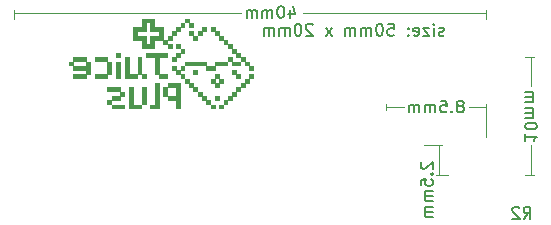
<source format=gbo>
G04 #@! TF.GenerationSoftware,KiCad,Pcbnew,5.1.9+dfsg1-1*
G04 #@! TF.CreationDate,2023-03-08T16:13:55+09:00*
G04 #@! TF.ProjectId,tablet-usb-adapter,7461626c-6574-42d7-9573-622d61646170,rev?*
G04 #@! TF.SameCoordinates,Original*
G04 #@! TF.FileFunction,Legend,Bot*
G04 #@! TF.FilePolarity,Positive*
%FSLAX46Y46*%
G04 Gerber Fmt 4.6, Leading zero omitted, Abs format (unit mm)*
G04 Created by KiCad (PCBNEW 5.1.9+dfsg1-1) date 2023-03-08 16:13:55*
%MOMM*%
%LPD*%
G01*
G04 APERTURE LIST*
%ADD10C,0.150000*%
%ADD11C,0.120000*%
%ADD12C,0.010000*%
%ADD13C,5.600000*%
%ADD14R,1.700000X1.700000*%
%ADD15O,1.700000X1.700000*%
%ADD16C,3.500000*%
%ADD17R,1.524000X1.524000*%
%ADD18C,1.524000*%
%ADD19C,2.100000*%
%ADD20C,1.750000*%
G04 APERTURE END LIST*
D10*
X163166666Y-123702380D02*
X163500000Y-123226190D01*
X163738095Y-123702380D02*
X163738095Y-122702380D01*
X163357142Y-122702380D01*
X163261904Y-122750000D01*
X163214285Y-122797619D01*
X163166666Y-122892857D01*
X163166666Y-123035714D01*
X163214285Y-123130952D01*
X163261904Y-123178571D01*
X163357142Y-123226190D01*
X163738095Y-123226190D01*
X162785714Y-122797619D02*
X162738095Y-122750000D01*
X162642857Y-122702380D01*
X162404761Y-122702380D01*
X162309523Y-122750000D01*
X162261904Y-122797619D01*
X162214285Y-122892857D01*
X162214285Y-122988095D01*
X162261904Y-123130952D01*
X162833333Y-123702380D01*
X162214285Y-123702380D01*
D11*
X156000000Y-117500000D02*
X156000000Y-120000000D01*
D10*
X156392857Y-108154761D02*
X156297619Y-108202380D01*
X156107142Y-108202380D01*
X156011904Y-108154761D01*
X155964285Y-108059523D01*
X155964285Y-108011904D01*
X156011904Y-107916666D01*
X156107142Y-107869047D01*
X156250000Y-107869047D01*
X156345238Y-107821428D01*
X156392857Y-107726190D01*
X156392857Y-107678571D01*
X156345238Y-107583333D01*
X156250000Y-107535714D01*
X156107142Y-107535714D01*
X156011904Y-107583333D01*
X155535714Y-108202380D02*
X155535714Y-107535714D01*
X155535714Y-107202380D02*
X155583333Y-107250000D01*
X155535714Y-107297619D01*
X155488095Y-107250000D01*
X155535714Y-107202380D01*
X155535714Y-107297619D01*
X155154761Y-107535714D02*
X154630952Y-107535714D01*
X155154761Y-108202380D01*
X154630952Y-108202380D01*
X153869047Y-108154761D02*
X153964285Y-108202380D01*
X154154761Y-108202380D01*
X154250000Y-108154761D01*
X154297619Y-108059523D01*
X154297619Y-107678571D01*
X154250000Y-107583333D01*
X154154761Y-107535714D01*
X153964285Y-107535714D01*
X153869047Y-107583333D01*
X153821428Y-107678571D01*
X153821428Y-107773809D01*
X154297619Y-107869047D01*
X153392857Y-108107142D02*
X153345238Y-108154761D01*
X153392857Y-108202380D01*
X153440476Y-108154761D01*
X153392857Y-108107142D01*
X153392857Y-108202380D01*
X153392857Y-107583333D02*
X153345238Y-107630952D01*
X153392857Y-107678571D01*
X153440476Y-107630952D01*
X153392857Y-107583333D01*
X153392857Y-107678571D01*
X151678571Y-107202380D02*
X152154761Y-107202380D01*
X152202380Y-107678571D01*
X152154761Y-107630952D01*
X152059523Y-107583333D01*
X151821428Y-107583333D01*
X151726190Y-107630952D01*
X151678571Y-107678571D01*
X151630952Y-107773809D01*
X151630952Y-108011904D01*
X151678571Y-108107142D01*
X151726190Y-108154761D01*
X151821428Y-108202380D01*
X152059523Y-108202380D01*
X152154761Y-108154761D01*
X152202380Y-108107142D01*
X151011904Y-107202380D02*
X150916666Y-107202380D01*
X150821428Y-107250000D01*
X150773809Y-107297619D01*
X150726190Y-107392857D01*
X150678571Y-107583333D01*
X150678571Y-107821428D01*
X150726190Y-108011904D01*
X150773809Y-108107142D01*
X150821428Y-108154761D01*
X150916666Y-108202380D01*
X151011904Y-108202380D01*
X151107142Y-108154761D01*
X151154761Y-108107142D01*
X151202380Y-108011904D01*
X151250000Y-107821428D01*
X151250000Y-107583333D01*
X151202380Y-107392857D01*
X151154761Y-107297619D01*
X151107142Y-107250000D01*
X151011904Y-107202380D01*
X150250000Y-108202380D02*
X150250000Y-107535714D01*
X150250000Y-107630952D02*
X150202380Y-107583333D01*
X150107142Y-107535714D01*
X149964285Y-107535714D01*
X149869047Y-107583333D01*
X149821428Y-107678571D01*
X149821428Y-108202380D01*
X149821428Y-107678571D02*
X149773809Y-107583333D01*
X149678571Y-107535714D01*
X149535714Y-107535714D01*
X149440476Y-107583333D01*
X149392857Y-107678571D01*
X149392857Y-108202380D01*
X148916666Y-108202380D02*
X148916666Y-107535714D01*
X148916666Y-107630952D02*
X148869047Y-107583333D01*
X148773809Y-107535714D01*
X148630952Y-107535714D01*
X148535714Y-107583333D01*
X148488095Y-107678571D01*
X148488095Y-108202380D01*
X148488095Y-107678571D02*
X148440476Y-107583333D01*
X148345238Y-107535714D01*
X148202380Y-107535714D01*
X148107142Y-107583333D01*
X148059523Y-107678571D01*
X148059523Y-108202380D01*
X146916666Y-108202380D02*
X146392857Y-107535714D01*
X146916666Y-107535714D02*
X146392857Y-108202380D01*
X145297619Y-107297619D02*
X145250000Y-107250000D01*
X145154761Y-107202380D01*
X144916666Y-107202380D01*
X144821428Y-107250000D01*
X144773809Y-107297619D01*
X144726190Y-107392857D01*
X144726190Y-107488095D01*
X144773809Y-107630952D01*
X145345238Y-108202380D01*
X144726190Y-108202380D01*
X144107142Y-107202380D02*
X144011904Y-107202380D01*
X143916666Y-107250000D01*
X143869047Y-107297619D01*
X143821428Y-107392857D01*
X143773809Y-107583333D01*
X143773809Y-107821428D01*
X143821428Y-108011904D01*
X143869047Y-108107142D01*
X143916666Y-108154761D01*
X144011904Y-108202380D01*
X144107142Y-108202380D01*
X144202380Y-108154761D01*
X144250000Y-108107142D01*
X144297619Y-108011904D01*
X144345238Y-107821428D01*
X144345238Y-107583333D01*
X144297619Y-107392857D01*
X144250000Y-107297619D01*
X144202380Y-107250000D01*
X144107142Y-107202380D01*
X143345238Y-108202380D02*
X143345238Y-107535714D01*
X143345238Y-107630952D02*
X143297619Y-107583333D01*
X143202380Y-107535714D01*
X143059523Y-107535714D01*
X142964285Y-107583333D01*
X142916666Y-107678571D01*
X142916666Y-108202380D01*
X142916666Y-107678571D02*
X142869047Y-107583333D01*
X142773809Y-107535714D01*
X142630952Y-107535714D01*
X142535714Y-107583333D01*
X142488095Y-107678571D01*
X142488095Y-108202380D01*
X142011904Y-108202380D02*
X142011904Y-107535714D01*
X142011904Y-107630952D02*
X141964285Y-107583333D01*
X141869047Y-107535714D01*
X141726190Y-107535714D01*
X141630952Y-107583333D01*
X141583333Y-107678571D01*
X141583333Y-108202380D01*
X141583333Y-107678571D02*
X141535714Y-107583333D01*
X141440476Y-107535714D01*
X141297619Y-107535714D01*
X141202380Y-107583333D01*
X141154761Y-107678571D01*
X141154761Y-108202380D01*
D11*
X155750000Y-120000000D02*
X156750000Y-120000000D01*
X154750000Y-117500000D02*
X156250000Y-117500000D01*
X160000000Y-114000000D02*
X160000000Y-116750000D01*
X158500000Y-114250000D02*
X160000000Y-114250000D01*
X151500000Y-114000000D02*
X151500000Y-114500000D01*
X151500000Y-114250000D02*
X153000000Y-114250000D01*
D10*
X154547619Y-118916666D02*
X154500000Y-118964285D01*
X154452380Y-119059523D01*
X154452380Y-119297619D01*
X154500000Y-119392857D01*
X154547619Y-119440476D01*
X154642857Y-119488095D01*
X154738095Y-119488095D01*
X154880952Y-119440476D01*
X155452380Y-118869047D01*
X155452380Y-119488095D01*
X155357142Y-119916666D02*
X155404761Y-119964285D01*
X155452380Y-119916666D01*
X155404761Y-119869047D01*
X155357142Y-119916666D01*
X155452380Y-119916666D01*
X154452380Y-120869047D02*
X154452380Y-120392857D01*
X154928571Y-120345238D01*
X154880952Y-120392857D01*
X154833333Y-120488095D01*
X154833333Y-120726190D01*
X154880952Y-120821428D01*
X154928571Y-120869047D01*
X155023809Y-120916666D01*
X155261904Y-120916666D01*
X155357142Y-120869047D01*
X155404761Y-120821428D01*
X155452380Y-120726190D01*
X155452380Y-120488095D01*
X155404761Y-120392857D01*
X155357142Y-120345238D01*
X155452380Y-121345238D02*
X154785714Y-121345238D01*
X154880952Y-121345238D02*
X154833333Y-121392857D01*
X154785714Y-121488095D01*
X154785714Y-121630952D01*
X154833333Y-121726190D01*
X154928571Y-121773809D01*
X155452380Y-121773809D01*
X154928571Y-121773809D02*
X154833333Y-121821428D01*
X154785714Y-121916666D01*
X154785714Y-122059523D01*
X154833333Y-122154761D01*
X154928571Y-122202380D01*
X155452380Y-122202380D01*
X155452380Y-122678571D02*
X154785714Y-122678571D01*
X154880952Y-122678571D02*
X154833333Y-122726190D01*
X154785714Y-122821428D01*
X154785714Y-122964285D01*
X154833333Y-123059523D01*
X154928571Y-123107142D01*
X155452380Y-123107142D01*
X154928571Y-123107142D02*
X154833333Y-123154761D01*
X154785714Y-123250000D01*
X154785714Y-123392857D01*
X154833333Y-123488095D01*
X154928571Y-123535714D01*
X155452380Y-123535714D01*
X157892857Y-114130952D02*
X157988095Y-114083333D01*
X158035714Y-114035714D01*
X158083333Y-113940476D01*
X158083333Y-113892857D01*
X158035714Y-113797619D01*
X157988095Y-113750000D01*
X157892857Y-113702380D01*
X157702380Y-113702380D01*
X157607142Y-113750000D01*
X157559523Y-113797619D01*
X157511904Y-113892857D01*
X157511904Y-113940476D01*
X157559523Y-114035714D01*
X157607142Y-114083333D01*
X157702380Y-114130952D01*
X157892857Y-114130952D01*
X157988095Y-114178571D01*
X158035714Y-114226190D01*
X158083333Y-114321428D01*
X158083333Y-114511904D01*
X158035714Y-114607142D01*
X157988095Y-114654761D01*
X157892857Y-114702380D01*
X157702380Y-114702380D01*
X157607142Y-114654761D01*
X157559523Y-114607142D01*
X157511904Y-114511904D01*
X157511904Y-114321428D01*
X157559523Y-114226190D01*
X157607142Y-114178571D01*
X157702380Y-114130952D01*
X157083333Y-114607142D02*
X157035714Y-114654761D01*
X157083333Y-114702380D01*
X157130952Y-114654761D01*
X157083333Y-114607142D01*
X157083333Y-114702380D01*
X156130952Y-113702380D02*
X156607142Y-113702380D01*
X156654761Y-114178571D01*
X156607142Y-114130952D01*
X156511904Y-114083333D01*
X156273809Y-114083333D01*
X156178571Y-114130952D01*
X156130952Y-114178571D01*
X156083333Y-114273809D01*
X156083333Y-114511904D01*
X156130952Y-114607142D01*
X156178571Y-114654761D01*
X156273809Y-114702380D01*
X156511904Y-114702380D01*
X156607142Y-114654761D01*
X156654761Y-114607142D01*
X155654761Y-114702380D02*
X155654761Y-114035714D01*
X155654761Y-114130952D02*
X155607142Y-114083333D01*
X155511904Y-114035714D01*
X155369047Y-114035714D01*
X155273809Y-114083333D01*
X155226190Y-114178571D01*
X155226190Y-114702380D01*
X155226190Y-114178571D02*
X155178571Y-114083333D01*
X155083333Y-114035714D01*
X154940476Y-114035714D01*
X154845238Y-114083333D01*
X154797619Y-114178571D01*
X154797619Y-114702380D01*
X154321428Y-114702380D02*
X154321428Y-114035714D01*
X154321428Y-114130952D02*
X154273809Y-114083333D01*
X154178571Y-114035714D01*
X154035714Y-114035714D01*
X153940476Y-114083333D01*
X153892857Y-114178571D01*
X153892857Y-114702380D01*
X153892857Y-114178571D02*
X153845238Y-114083333D01*
X153750000Y-114035714D01*
X153607142Y-114035714D01*
X153511904Y-114083333D01*
X153464285Y-114178571D01*
X153464285Y-114702380D01*
D11*
X164000000Y-120000000D02*
X163250000Y-120000000D01*
X163750000Y-117500000D02*
X163750000Y-120000000D01*
X163750000Y-110000000D02*
X163750000Y-112500000D01*
X163250000Y-110000000D02*
X164000000Y-110000000D01*
X160000000Y-106000000D02*
X160000000Y-106750000D01*
X144500000Y-106250000D02*
X160000000Y-106250000D01*
X120000000Y-106250000D02*
X139250000Y-106250000D01*
X120000000Y-106750000D02*
X120000000Y-106000000D01*
D10*
X143369047Y-106035714D02*
X143369047Y-106702380D01*
X143607142Y-105654761D02*
X143845238Y-106369047D01*
X143226190Y-106369047D01*
X142654761Y-105702380D02*
X142559523Y-105702380D01*
X142464285Y-105750000D01*
X142416666Y-105797619D01*
X142369047Y-105892857D01*
X142321428Y-106083333D01*
X142321428Y-106321428D01*
X142369047Y-106511904D01*
X142416666Y-106607142D01*
X142464285Y-106654761D01*
X142559523Y-106702380D01*
X142654761Y-106702380D01*
X142750000Y-106654761D01*
X142797619Y-106607142D01*
X142845238Y-106511904D01*
X142892857Y-106321428D01*
X142892857Y-106083333D01*
X142845238Y-105892857D01*
X142797619Y-105797619D01*
X142750000Y-105750000D01*
X142654761Y-105702380D01*
X141892857Y-106702380D02*
X141892857Y-106035714D01*
X141892857Y-106130952D02*
X141845238Y-106083333D01*
X141750000Y-106035714D01*
X141607142Y-106035714D01*
X141511904Y-106083333D01*
X141464285Y-106178571D01*
X141464285Y-106702380D01*
X141464285Y-106178571D02*
X141416666Y-106083333D01*
X141321428Y-106035714D01*
X141178571Y-106035714D01*
X141083333Y-106083333D01*
X141035714Y-106178571D01*
X141035714Y-106702380D01*
X140559523Y-106702380D02*
X140559523Y-106035714D01*
X140559523Y-106130952D02*
X140511904Y-106083333D01*
X140416666Y-106035714D01*
X140273809Y-106035714D01*
X140178571Y-106083333D01*
X140130952Y-106178571D01*
X140130952Y-106702380D01*
X140130952Y-106178571D02*
X140083333Y-106083333D01*
X139988095Y-106035714D01*
X139845238Y-106035714D01*
X139750000Y-106083333D01*
X139702380Y-106178571D01*
X139702380Y-106702380D01*
X163297619Y-116523809D02*
X163297619Y-117095238D01*
X163297619Y-116809523D02*
X164297619Y-116809523D01*
X164154761Y-116904761D01*
X164059523Y-117000000D01*
X164011904Y-117095238D01*
X164297619Y-115904761D02*
X164297619Y-115809523D01*
X164250000Y-115714285D01*
X164202380Y-115666666D01*
X164107142Y-115619047D01*
X163916666Y-115571428D01*
X163678571Y-115571428D01*
X163488095Y-115619047D01*
X163392857Y-115666666D01*
X163345238Y-115714285D01*
X163297619Y-115809523D01*
X163297619Y-115904761D01*
X163345238Y-116000000D01*
X163392857Y-116047619D01*
X163488095Y-116095238D01*
X163678571Y-116142857D01*
X163916666Y-116142857D01*
X164107142Y-116095238D01*
X164202380Y-116047619D01*
X164250000Y-116000000D01*
X164297619Y-115904761D01*
X163297619Y-115142857D02*
X163964285Y-115142857D01*
X163869047Y-115142857D02*
X163916666Y-115095238D01*
X163964285Y-115000000D01*
X163964285Y-114857142D01*
X163916666Y-114761904D01*
X163821428Y-114714285D01*
X163297619Y-114714285D01*
X163821428Y-114714285D02*
X163916666Y-114666666D01*
X163964285Y-114571428D01*
X163964285Y-114428571D01*
X163916666Y-114333333D01*
X163821428Y-114285714D01*
X163297619Y-114285714D01*
X163297619Y-113809523D02*
X163964285Y-113809523D01*
X163869047Y-113809523D02*
X163916666Y-113761904D01*
X163964285Y-113666666D01*
X163964285Y-113523809D01*
X163916666Y-113428571D01*
X163821428Y-113380952D01*
X163297619Y-113380952D01*
X163821428Y-113380952D02*
X163916666Y-113333333D01*
X163964285Y-113238095D01*
X163964285Y-113095238D01*
X163916666Y-113000000D01*
X163821428Y-112952380D01*
X163297619Y-112952380D01*
D12*
G36*
X137393733Y-114369267D02*
G01*
X137723933Y-114369267D01*
X137723933Y-114039067D01*
X137393733Y-114039067D01*
X137393733Y-114369267D01*
G37*
X137393733Y-114369267D02*
X137723933Y-114369267D01*
X137723933Y-114039067D01*
X137393733Y-114039067D01*
X137393733Y-114369267D01*
G36*
X136665600Y-114369267D02*
G01*
X136995800Y-114369267D01*
X136995800Y-114039067D01*
X136665600Y-114039067D01*
X136665600Y-114369267D01*
G37*
X136665600Y-114369267D02*
X136995800Y-114369267D01*
X136995800Y-114039067D01*
X136665600Y-114039067D01*
X136665600Y-114369267D01*
G36*
X133753067Y-114369267D02*
G01*
X134083267Y-114369267D01*
X134083267Y-114039067D01*
X133753067Y-114039067D01*
X133753067Y-114369267D01*
G37*
X133753067Y-114369267D02*
X134083267Y-114369267D01*
X134083267Y-114039067D01*
X133753067Y-114039067D01*
X133753067Y-114369267D01*
G36*
X131932733Y-114369267D02*
G01*
X132262933Y-114369267D01*
X132262933Y-114039067D01*
X131932733Y-114039067D01*
X131932733Y-114369267D01*
G37*
X131932733Y-114369267D02*
X132262933Y-114369267D01*
X132262933Y-114039067D01*
X131932733Y-114039067D01*
X131932733Y-114369267D01*
G36*
X131568666Y-114369267D02*
G01*
X131898866Y-114369267D01*
X131898866Y-114039067D01*
X131568666Y-114039067D01*
X131568666Y-114369267D01*
G37*
X131568666Y-114369267D02*
X131898866Y-114369267D01*
X131898866Y-114039067D01*
X131568666Y-114039067D01*
X131568666Y-114369267D01*
G36*
X130476466Y-114369267D02*
G01*
X130806666Y-114369267D01*
X130806666Y-114039067D01*
X130476466Y-114039067D01*
X130476466Y-114369267D01*
G37*
X130476466Y-114369267D02*
X130806666Y-114369267D01*
X130806666Y-114039067D01*
X130476466Y-114039067D01*
X130476466Y-114369267D01*
G36*
X130112400Y-114369267D02*
G01*
X130442600Y-114369267D01*
X130442600Y-114039067D01*
X130112400Y-114039067D01*
X130112400Y-114369267D01*
G37*
X130112400Y-114369267D02*
X130442600Y-114369267D01*
X130442600Y-114039067D01*
X130112400Y-114039067D01*
X130112400Y-114369267D01*
G36*
X129748333Y-114369267D02*
G01*
X130078533Y-114369267D01*
X130078533Y-114039067D01*
X129748333Y-114039067D01*
X129748333Y-114369267D01*
G37*
X129748333Y-114369267D02*
X130078533Y-114369267D01*
X130078533Y-114039067D01*
X129748333Y-114039067D01*
X129748333Y-114369267D01*
G36*
X129020200Y-114369267D02*
G01*
X129350400Y-114369267D01*
X129350400Y-114039067D01*
X129020200Y-114039067D01*
X129020200Y-114369267D01*
G37*
X129020200Y-114369267D02*
X129350400Y-114369267D01*
X129350400Y-114039067D01*
X129020200Y-114039067D01*
X129020200Y-114369267D01*
G36*
X128656133Y-114369267D02*
G01*
X128986333Y-114369267D01*
X128986333Y-114039067D01*
X128656133Y-114039067D01*
X128656133Y-114369267D01*
G37*
X128656133Y-114369267D02*
X128986333Y-114369267D01*
X128986333Y-114039067D01*
X128656133Y-114039067D01*
X128656133Y-114369267D01*
G36*
X128292066Y-114369267D02*
G01*
X128622266Y-114369267D01*
X128622266Y-114039067D01*
X128292066Y-114039067D01*
X128292066Y-114369267D01*
G37*
X128292066Y-114369267D02*
X128622266Y-114369267D01*
X128622266Y-114039067D01*
X128292066Y-114039067D01*
X128292066Y-114369267D01*
G36*
X137757800Y-114005200D02*
G01*
X138088000Y-114005200D01*
X138088000Y-113675000D01*
X137757800Y-113675000D01*
X137757800Y-114005200D01*
G37*
X137757800Y-114005200D02*
X138088000Y-114005200D01*
X138088000Y-113675000D01*
X137757800Y-113675000D01*
X137757800Y-114005200D01*
G36*
X136301533Y-114005200D02*
G01*
X136631733Y-114005200D01*
X136631733Y-113675000D01*
X136301533Y-113675000D01*
X136301533Y-114005200D01*
G37*
X136301533Y-114005200D02*
X136631733Y-114005200D01*
X136631733Y-113675000D01*
X136301533Y-113675000D01*
X136301533Y-114005200D01*
G36*
X133753067Y-114005200D02*
G01*
X134083267Y-114005200D01*
X134083267Y-113675000D01*
X133753067Y-113675000D01*
X133753067Y-114005200D01*
G37*
X133753067Y-114005200D02*
X134083267Y-114005200D01*
X134083267Y-113675000D01*
X133753067Y-113675000D01*
X133753067Y-114005200D01*
G36*
X131932733Y-114005200D02*
G01*
X132262933Y-114005200D01*
X132262933Y-113675000D01*
X131932733Y-113675000D01*
X131932733Y-114005200D01*
G37*
X131932733Y-114005200D02*
X132262933Y-114005200D01*
X132262933Y-113675000D01*
X131932733Y-113675000D01*
X131932733Y-114005200D01*
G36*
X130840533Y-114005200D02*
G01*
X131170733Y-114005200D01*
X131170733Y-113675000D01*
X130840533Y-113675000D01*
X130840533Y-114005200D01*
G37*
X130840533Y-114005200D02*
X131170733Y-114005200D01*
X131170733Y-113675000D01*
X130840533Y-113675000D01*
X130840533Y-114005200D01*
G36*
X129748333Y-114005200D02*
G01*
X130078533Y-114005200D01*
X130078533Y-113675000D01*
X129748333Y-113675000D01*
X129748333Y-114005200D01*
G37*
X129748333Y-114005200D02*
X130078533Y-114005200D01*
X130078533Y-113675000D01*
X129748333Y-113675000D01*
X129748333Y-114005200D01*
G36*
X127928000Y-114005200D02*
G01*
X128258200Y-114005200D01*
X128258200Y-113675000D01*
X127928000Y-113675000D01*
X127928000Y-114005200D01*
G37*
X127928000Y-114005200D02*
X128258200Y-114005200D01*
X128258200Y-113675000D01*
X127928000Y-113675000D01*
X127928000Y-114005200D01*
G36*
X138121866Y-113641133D02*
G01*
X138452066Y-113641133D01*
X138452066Y-113310933D01*
X138121866Y-113310933D01*
X138121866Y-113641133D01*
G37*
X138121866Y-113641133D02*
X138452066Y-113641133D01*
X138452066Y-113310933D01*
X138121866Y-113310933D01*
X138121866Y-113641133D01*
G36*
X137029667Y-113641133D02*
G01*
X137359867Y-113641133D01*
X137359867Y-113310933D01*
X137029667Y-113310933D01*
X137029667Y-113641133D01*
G37*
X137029667Y-113641133D02*
X137359867Y-113641133D01*
X137359867Y-113310933D01*
X137029667Y-113310933D01*
X137029667Y-113641133D01*
G36*
X135937466Y-113641133D02*
G01*
X136267666Y-113641133D01*
X136267666Y-113310933D01*
X135937466Y-113310933D01*
X135937466Y-113641133D01*
G37*
X135937466Y-113641133D02*
X136267666Y-113641133D01*
X136267666Y-113310933D01*
X135937466Y-113310933D01*
X135937466Y-113641133D01*
G36*
X133753067Y-113641133D02*
G01*
X134083267Y-113641133D01*
X134083267Y-113310933D01*
X133753067Y-113310933D01*
X133753067Y-113641133D01*
G37*
X133753067Y-113641133D02*
X134083267Y-113641133D01*
X134083267Y-113310933D01*
X133753067Y-113310933D01*
X133753067Y-113641133D01*
G36*
X133389000Y-113641133D02*
G01*
X133719200Y-113641133D01*
X133719200Y-113310933D01*
X133389000Y-113310933D01*
X133389000Y-113641133D01*
G37*
X133389000Y-113641133D02*
X133719200Y-113641133D01*
X133719200Y-113310933D01*
X133389000Y-113310933D01*
X133389000Y-113641133D01*
G36*
X133024933Y-113641133D02*
G01*
X133355133Y-113641133D01*
X133355133Y-113310933D01*
X133024933Y-113310933D01*
X133024933Y-113641133D01*
G37*
X133024933Y-113641133D02*
X133355133Y-113641133D01*
X133355133Y-113310933D01*
X133024933Y-113310933D01*
X133024933Y-113641133D01*
G36*
X131932733Y-113641133D02*
G01*
X132262933Y-113641133D01*
X132262933Y-113310933D01*
X131932733Y-113310933D01*
X131932733Y-113641133D01*
G37*
X131932733Y-113641133D02*
X132262933Y-113641133D01*
X132262933Y-113310933D01*
X131932733Y-113310933D01*
X131932733Y-113641133D01*
G36*
X130840533Y-113641133D02*
G01*
X131170733Y-113641133D01*
X131170733Y-113310933D01*
X130840533Y-113310933D01*
X130840533Y-113641133D01*
G37*
X130840533Y-113641133D02*
X131170733Y-113641133D01*
X131170733Y-113310933D01*
X130840533Y-113310933D01*
X130840533Y-113641133D01*
G36*
X129748333Y-113641133D02*
G01*
X130078533Y-113641133D01*
X130078533Y-113310933D01*
X129748333Y-113310933D01*
X129748333Y-113641133D01*
G37*
X129748333Y-113641133D02*
X130078533Y-113641133D01*
X130078533Y-113310933D01*
X129748333Y-113310933D01*
X129748333Y-113641133D01*
G36*
X128656133Y-113641133D02*
G01*
X128986333Y-113641133D01*
X128986333Y-113310933D01*
X128656133Y-113310933D01*
X128656133Y-113641133D01*
G37*
X128656133Y-113641133D02*
X128986333Y-113641133D01*
X128986333Y-113310933D01*
X128656133Y-113310933D01*
X128656133Y-113641133D01*
G36*
X128292066Y-113641133D02*
G01*
X128622266Y-113641133D01*
X128622266Y-113310933D01*
X128292066Y-113310933D01*
X128292066Y-113641133D01*
G37*
X128292066Y-113641133D02*
X128622266Y-113641133D01*
X128622266Y-113310933D01*
X128292066Y-113310933D01*
X128292066Y-113641133D01*
G36*
X138485933Y-113277067D02*
G01*
X138816133Y-113277067D01*
X138816133Y-112946867D01*
X138485933Y-112946867D01*
X138485933Y-113277067D01*
G37*
X138485933Y-113277067D02*
X138816133Y-113277067D01*
X138816133Y-112946867D01*
X138485933Y-112946867D01*
X138485933Y-113277067D01*
G36*
X135573400Y-113277067D02*
G01*
X135903600Y-113277067D01*
X135903600Y-112946867D01*
X135573400Y-112946867D01*
X135573400Y-113277067D01*
G37*
X135573400Y-113277067D02*
X135903600Y-113277067D01*
X135903600Y-112946867D01*
X135573400Y-112946867D01*
X135573400Y-113277067D01*
G36*
X133753067Y-113277067D02*
G01*
X134083267Y-113277067D01*
X134083267Y-112946867D01*
X133753067Y-112946867D01*
X133753067Y-113277067D01*
G37*
X133753067Y-113277067D02*
X134083267Y-113277067D01*
X134083267Y-112946867D01*
X133753067Y-112946867D01*
X133753067Y-113277067D01*
G36*
X132660867Y-113277067D02*
G01*
X132991067Y-113277067D01*
X132991067Y-112946867D01*
X132660867Y-112946867D01*
X132660867Y-113277067D01*
G37*
X132660867Y-113277067D02*
X132991067Y-113277067D01*
X132991067Y-112946867D01*
X132660867Y-112946867D01*
X132660867Y-113277067D01*
G36*
X131932733Y-113277067D02*
G01*
X132262933Y-113277067D01*
X132262933Y-112946867D01*
X131932733Y-112946867D01*
X131932733Y-113277067D01*
G37*
X131932733Y-113277067D02*
X132262933Y-113277067D01*
X132262933Y-112946867D01*
X131932733Y-112946867D01*
X131932733Y-113277067D01*
G36*
X130840533Y-113277067D02*
G01*
X131170733Y-113277067D01*
X131170733Y-112946867D01*
X130840533Y-112946867D01*
X130840533Y-113277067D01*
G37*
X130840533Y-113277067D02*
X131170733Y-113277067D01*
X131170733Y-112946867D01*
X130840533Y-112946867D01*
X130840533Y-113277067D01*
G36*
X129748333Y-113277067D02*
G01*
X130078533Y-113277067D01*
X130078533Y-112946867D01*
X129748333Y-112946867D01*
X129748333Y-113277067D01*
G37*
X129748333Y-113277067D02*
X130078533Y-113277067D01*
X130078533Y-112946867D01*
X129748333Y-112946867D01*
X129748333Y-113277067D01*
G36*
X129020200Y-113277067D02*
G01*
X129350400Y-113277067D01*
X129350400Y-112946867D01*
X129020200Y-112946867D01*
X129020200Y-113277067D01*
G37*
X129020200Y-113277067D02*
X129350400Y-113277067D01*
X129350400Y-112946867D01*
X129020200Y-112946867D01*
X129020200Y-113277067D01*
G36*
X138850000Y-112913000D02*
G01*
X139180200Y-112913000D01*
X139180200Y-112582800D01*
X138850000Y-112582800D01*
X138850000Y-112913000D01*
G37*
X138850000Y-112913000D02*
X139180200Y-112913000D01*
X139180200Y-112582800D01*
X138850000Y-112582800D01*
X138850000Y-112913000D01*
G36*
X135209333Y-112913000D02*
G01*
X135539533Y-112913000D01*
X135539533Y-112582800D01*
X135209333Y-112582800D01*
X135209333Y-112913000D01*
G37*
X135209333Y-112913000D02*
X135539533Y-112913000D01*
X135539533Y-112582800D01*
X135209333Y-112582800D01*
X135209333Y-112913000D01*
G36*
X133753067Y-112913000D02*
G01*
X134083267Y-112913000D01*
X134083267Y-112582800D01*
X133753067Y-112582800D01*
X133753067Y-112913000D01*
G37*
X133753067Y-112913000D02*
X134083267Y-112913000D01*
X134083267Y-112582800D01*
X133753067Y-112582800D01*
X133753067Y-112913000D01*
G36*
X132660867Y-112913000D02*
G01*
X132991067Y-112913000D01*
X132991067Y-112582800D01*
X132660867Y-112582800D01*
X132660867Y-112913000D01*
G37*
X132660867Y-112913000D02*
X132991067Y-112913000D01*
X132991067Y-112582800D01*
X132660867Y-112582800D01*
X132660867Y-112913000D01*
G36*
X131932733Y-112913000D02*
G01*
X132262933Y-112913000D01*
X132262933Y-112582800D01*
X131932733Y-112582800D01*
X131932733Y-112913000D01*
G37*
X131932733Y-112913000D02*
X132262933Y-112913000D01*
X132262933Y-112582800D01*
X131932733Y-112582800D01*
X131932733Y-112913000D01*
G36*
X130840533Y-112913000D02*
G01*
X131170733Y-112913000D01*
X131170733Y-112582800D01*
X130840533Y-112582800D01*
X130840533Y-112913000D01*
G37*
X130840533Y-112913000D02*
X131170733Y-112913000D01*
X131170733Y-112582800D01*
X130840533Y-112582800D01*
X130840533Y-112913000D01*
G36*
X129748333Y-112913000D02*
G01*
X130078533Y-112913000D01*
X130078533Y-112582800D01*
X129748333Y-112582800D01*
X129748333Y-112913000D01*
G37*
X129748333Y-112913000D02*
X130078533Y-112913000D01*
X130078533Y-112582800D01*
X129748333Y-112582800D01*
X129748333Y-112913000D01*
G36*
X128656133Y-112913000D02*
G01*
X128986333Y-112913000D01*
X128986333Y-112582800D01*
X128656133Y-112582800D01*
X128656133Y-112913000D01*
G37*
X128656133Y-112913000D02*
X128986333Y-112913000D01*
X128986333Y-112582800D01*
X128656133Y-112582800D01*
X128656133Y-112913000D01*
G36*
X128292066Y-112913000D02*
G01*
X128622266Y-112913000D01*
X128622266Y-112582800D01*
X128292066Y-112582800D01*
X128292066Y-112913000D01*
G37*
X128292066Y-112913000D02*
X128622266Y-112913000D01*
X128622266Y-112582800D01*
X128292066Y-112582800D01*
X128292066Y-112913000D01*
G36*
X127928000Y-112913000D02*
G01*
X128258200Y-112913000D01*
X128258200Y-112582800D01*
X127928000Y-112582800D01*
X127928000Y-112913000D01*
G37*
X127928000Y-112913000D02*
X128258200Y-112913000D01*
X128258200Y-112582800D01*
X127928000Y-112582800D01*
X127928000Y-112913000D01*
G36*
X139214067Y-112548934D02*
G01*
X139544266Y-112548934D01*
X139544266Y-112218734D01*
X139214067Y-112218734D01*
X139214067Y-112548934D01*
G37*
X139214067Y-112548934D02*
X139544266Y-112548934D01*
X139544266Y-112218734D01*
X139214067Y-112218734D01*
X139214067Y-112548934D01*
G36*
X137029667Y-112548934D02*
G01*
X137359867Y-112548934D01*
X137359867Y-112218734D01*
X137029667Y-112218734D01*
X137029667Y-112548934D01*
G37*
X137029667Y-112548934D02*
X137359867Y-112548934D01*
X137359867Y-112218734D01*
X137029667Y-112218734D01*
X137029667Y-112548934D01*
G36*
X134845266Y-112548934D02*
G01*
X135175466Y-112548934D01*
X135175466Y-112218734D01*
X134845266Y-112218734D01*
X134845266Y-112548934D01*
G37*
X134845266Y-112548934D02*
X135175466Y-112548934D01*
X135175466Y-112218734D01*
X134845266Y-112218734D01*
X134845266Y-112548934D01*
G36*
X133753067Y-112548934D02*
G01*
X134083267Y-112548934D01*
X134083267Y-112218734D01*
X133753067Y-112218734D01*
X133753067Y-112548934D01*
G37*
X133753067Y-112548934D02*
X134083267Y-112548934D01*
X134083267Y-112218734D01*
X133753067Y-112218734D01*
X133753067Y-112548934D01*
G36*
X133389000Y-112548934D02*
G01*
X133719200Y-112548934D01*
X133719200Y-112218734D01*
X133389000Y-112218734D01*
X133389000Y-112548934D01*
G37*
X133389000Y-112548934D02*
X133719200Y-112548934D01*
X133719200Y-112218734D01*
X133389000Y-112218734D01*
X133389000Y-112548934D01*
G36*
X133024933Y-112548934D02*
G01*
X133355133Y-112548934D01*
X133355133Y-112218734D01*
X133024933Y-112218734D01*
X133024933Y-112548934D01*
G37*
X133024933Y-112548934D02*
X133355133Y-112548934D01*
X133355133Y-112218734D01*
X133024933Y-112218734D01*
X133024933Y-112548934D01*
G36*
X131932733Y-112548934D02*
G01*
X132262933Y-112548934D01*
X132262933Y-112218734D01*
X131932733Y-112218734D01*
X131932733Y-112548934D01*
G37*
X131932733Y-112548934D02*
X132262933Y-112548934D01*
X132262933Y-112218734D01*
X131932733Y-112218734D01*
X131932733Y-112548934D01*
G36*
X139578133Y-112184867D02*
G01*
X139908333Y-112184867D01*
X139908333Y-111854667D01*
X139578133Y-111854667D01*
X139578133Y-112184867D01*
G37*
X139578133Y-112184867D02*
X139908333Y-112184867D01*
X139908333Y-111854667D01*
X139578133Y-111854667D01*
X139578133Y-112184867D01*
G36*
X137393733Y-112184867D02*
G01*
X137723933Y-112184867D01*
X137723933Y-111854667D01*
X137393733Y-111854667D01*
X137393733Y-112184867D01*
G37*
X137393733Y-112184867D02*
X137723933Y-112184867D01*
X137723933Y-111854667D01*
X137393733Y-111854667D01*
X137393733Y-112184867D01*
G36*
X136665600Y-112184867D02*
G01*
X136995800Y-112184867D01*
X136995800Y-111854667D01*
X136665600Y-111854667D01*
X136665600Y-112184867D01*
G37*
X136665600Y-112184867D02*
X136995800Y-112184867D01*
X136995800Y-111854667D01*
X136665600Y-111854667D01*
X136665600Y-112184867D01*
G36*
X134481200Y-112184867D02*
G01*
X134811400Y-112184867D01*
X134811400Y-111854667D01*
X134481200Y-111854667D01*
X134481200Y-112184867D01*
G37*
X134481200Y-112184867D02*
X134811400Y-112184867D01*
X134811400Y-111854667D01*
X134481200Y-111854667D01*
X134481200Y-112184867D01*
G36*
X139942200Y-111820800D02*
G01*
X140272400Y-111820800D01*
X140272400Y-111490600D01*
X139942200Y-111490600D01*
X139942200Y-111820800D01*
G37*
X139942200Y-111820800D02*
X140272400Y-111820800D01*
X140272400Y-111490600D01*
X139942200Y-111490600D01*
X139942200Y-111820800D01*
G36*
X138850000Y-111820800D02*
G01*
X139180200Y-111820800D01*
X139180200Y-111490600D01*
X138850000Y-111490600D01*
X138850000Y-111820800D01*
G37*
X138850000Y-111820800D02*
X139180200Y-111820800D01*
X139180200Y-111490600D01*
X138850000Y-111490600D01*
X138850000Y-111820800D01*
G36*
X137029667Y-111820800D02*
G01*
X137359867Y-111820800D01*
X137359867Y-111490600D01*
X137029667Y-111490600D01*
X137029667Y-111820800D01*
G37*
X137029667Y-111820800D02*
X137359867Y-111820800D01*
X137359867Y-111490600D01*
X137029667Y-111490600D01*
X137029667Y-111820800D01*
G36*
X134117133Y-111820800D02*
G01*
X134447333Y-111820800D01*
X134447333Y-111490600D01*
X134117133Y-111490600D01*
X134117133Y-111820800D01*
G37*
X134117133Y-111820800D02*
X134447333Y-111820800D01*
X134447333Y-111490600D01*
X134117133Y-111490600D01*
X134117133Y-111820800D01*
G36*
X132660867Y-111820800D02*
G01*
X132991067Y-111820800D01*
X132991067Y-111490600D01*
X132660867Y-111490600D01*
X132660867Y-111820800D01*
G37*
X132660867Y-111820800D02*
X132991067Y-111820800D01*
X132991067Y-111490600D01*
X132660867Y-111490600D01*
X132660867Y-111820800D01*
G36*
X132296800Y-111820800D02*
G01*
X132627000Y-111820800D01*
X132627000Y-111490600D01*
X132296800Y-111490600D01*
X132296800Y-111820800D01*
G37*
X132296800Y-111820800D02*
X132627000Y-111820800D01*
X132627000Y-111490600D01*
X132296800Y-111490600D01*
X132296800Y-111820800D01*
G36*
X130840533Y-111820800D02*
G01*
X131170733Y-111820800D01*
X131170733Y-111490600D01*
X130840533Y-111490600D01*
X130840533Y-111820800D01*
G37*
X130840533Y-111820800D02*
X131170733Y-111820800D01*
X131170733Y-111490600D01*
X130840533Y-111490600D01*
X130840533Y-111820800D01*
G36*
X130112400Y-111820800D02*
G01*
X130442600Y-111820800D01*
X130442600Y-111490600D01*
X130112400Y-111490600D01*
X130112400Y-111820800D01*
G37*
X130112400Y-111820800D02*
X130442600Y-111820800D01*
X130442600Y-111490600D01*
X130112400Y-111490600D01*
X130112400Y-111820800D01*
G36*
X129748333Y-111820800D02*
G01*
X130078533Y-111820800D01*
X130078533Y-111490600D01*
X129748333Y-111490600D01*
X129748333Y-111820800D01*
G37*
X129748333Y-111820800D02*
X130078533Y-111820800D01*
X130078533Y-111490600D01*
X129748333Y-111490600D01*
X129748333Y-111820800D01*
G36*
X129384266Y-111820800D02*
G01*
X129714466Y-111820800D01*
X129714466Y-111490600D01*
X129384266Y-111490600D01*
X129384266Y-111820800D01*
G37*
X129384266Y-111820800D02*
X129714466Y-111820800D01*
X129714466Y-111490600D01*
X129384266Y-111490600D01*
X129384266Y-111820800D01*
G36*
X128656133Y-111820800D02*
G01*
X128986333Y-111820800D01*
X128986333Y-111490600D01*
X128656133Y-111490600D01*
X128656133Y-111820800D01*
G37*
X128656133Y-111820800D02*
X128986333Y-111820800D01*
X128986333Y-111490600D01*
X128656133Y-111490600D01*
X128656133Y-111820800D01*
G36*
X127563933Y-111820800D02*
G01*
X127894133Y-111820800D01*
X127894133Y-111490600D01*
X127563933Y-111490600D01*
X127563933Y-111820800D01*
G37*
X127563933Y-111820800D02*
X127894133Y-111820800D01*
X127894133Y-111490600D01*
X127563933Y-111490600D01*
X127563933Y-111820800D01*
G36*
X127199867Y-111820800D02*
G01*
X127530067Y-111820800D01*
X127530067Y-111490600D01*
X127199867Y-111490600D01*
X127199867Y-111820800D01*
G37*
X127199867Y-111820800D02*
X127530067Y-111820800D01*
X127530067Y-111490600D01*
X127199867Y-111490600D01*
X127199867Y-111820800D01*
G36*
X126835800Y-111820800D02*
G01*
X127166000Y-111820800D01*
X127166000Y-111490600D01*
X126835800Y-111490600D01*
X126835800Y-111820800D01*
G37*
X126835800Y-111820800D02*
X127166000Y-111820800D01*
X127166000Y-111490600D01*
X126835800Y-111490600D01*
X126835800Y-111820800D01*
G36*
X125743600Y-111820800D02*
G01*
X126073800Y-111820800D01*
X126073800Y-111490600D01*
X125743600Y-111490600D01*
X125743600Y-111820800D01*
G37*
X125743600Y-111820800D02*
X126073800Y-111820800D01*
X126073800Y-111490600D01*
X125743600Y-111490600D01*
X125743600Y-111820800D01*
G36*
X125379533Y-111820800D02*
G01*
X125709733Y-111820800D01*
X125709733Y-111490600D01*
X125379533Y-111490600D01*
X125379533Y-111820800D01*
G37*
X125379533Y-111820800D02*
X125709733Y-111820800D01*
X125709733Y-111490600D01*
X125379533Y-111490600D01*
X125379533Y-111820800D01*
G36*
X125015467Y-111820800D02*
G01*
X125345667Y-111820800D01*
X125345667Y-111490600D01*
X125015467Y-111490600D01*
X125015467Y-111820800D01*
G37*
X125015467Y-111820800D02*
X125345667Y-111820800D01*
X125345667Y-111490600D01*
X125015467Y-111490600D01*
X125015467Y-111820800D01*
G36*
X138485933Y-111456734D02*
G01*
X138816133Y-111456734D01*
X138816133Y-111126534D01*
X138485933Y-111126534D01*
X138485933Y-111456734D01*
G37*
X138485933Y-111456734D02*
X138816133Y-111456734D01*
X138816133Y-111126534D01*
X138485933Y-111126534D01*
X138485933Y-111456734D01*
G36*
X135209333Y-111456734D02*
G01*
X135539533Y-111456734D01*
X135539533Y-111126534D01*
X135209333Y-111126534D01*
X135209333Y-111456734D01*
G37*
X135209333Y-111456734D02*
X135539533Y-111456734D01*
X135539533Y-111126534D01*
X135209333Y-111126534D01*
X135209333Y-111456734D01*
G36*
X133753067Y-111456734D02*
G01*
X134083267Y-111456734D01*
X134083267Y-111126534D01*
X133753067Y-111126534D01*
X133753067Y-111456734D01*
G37*
X133753067Y-111456734D02*
X134083267Y-111456734D01*
X134083267Y-111126534D01*
X133753067Y-111126534D01*
X133753067Y-111456734D01*
G36*
X131932733Y-111456734D02*
G01*
X132262933Y-111456734D01*
X132262933Y-111126534D01*
X131932733Y-111126534D01*
X131932733Y-111456734D01*
G37*
X131932733Y-111456734D02*
X132262933Y-111456734D01*
X132262933Y-111126534D01*
X131932733Y-111126534D01*
X131932733Y-111456734D01*
G36*
X130476466Y-111456734D02*
G01*
X130806666Y-111456734D01*
X130806666Y-111126534D01*
X130476466Y-111126534D01*
X130476466Y-111456734D01*
G37*
X130476466Y-111456734D02*
X130806666Y-111456734D01*
X130806666Y-111126534D01*
X130476466Y-111126534D01*
X130476466Y-111456734D01*
G36*
X129384266Y-111456734D02*
G01*
X129714466Y-111456734D01*
X129714466Y-111126534D01*
X129384266Y-111126534D01*
X129384266Y-111456734D01*
G37*
X129384266Y-111456734D02*
X129714466Y-111456734D01*
X129714466Y-111126534D01*
X129384266Y-111126534D01*
X129384266Y-111456734D01*
G36*
X128656133Y-111456734D02*
G01*
X128986333Y-111456734D01*
X128986333Y-111126534D01*
X128656133Y-111126534D01*
X128656133Y-111456734D01*
G37*
X128656133Y-111456734D02*
X128986333Y-111456734D01*
X128986333Y-111126534D01*
X128656133Y-111126534D01*
X128656133Y-111456734D01*
G36*
X127928000Y-111456734D02*
G01*
X128258200Y-111456734D01*
X128258200Y-111126534D01*
X127928000Y-111126534D01*
X127928000Y-111456734D01*
G37*
X127928000Y-111456734D02*
X128258200Y-111456734D01*
X128258200Y-111126534D01*
X127928000Y-111126534D01*
X127928000Y-111456734D01*
G36*
X126107667Y-111456734D02*
G01*
X126437867Y-111456734D01*
X126437867Y-111126534D01*
X126107667Y-111126534D01*
X126107667Y-111456734D01*
G37*
X126107667Y-111456734D02*
X126437867Y-111456734D01*
X126437867Y-111126534D01*
X126107667Y-111126534D01*
X126107667Y-111456734D01*
G36*
X139942200Y-111092667D02*
G01*
X140272400Y-111092667D01*
X140272400Y-110762467D01*
X139942200Y-110762467D01*
X139942200Y-111092667D01*
G37*
X139942200Y-111092667D02*
X140272400Y-111092667D01*
X140272400Y-110762467D01*
X139942200Y-110762467D01*
X139942200Y-111092667D01*
G36*
X136665600Y-111092667D02*
G01*
X136995800Y-111092667D01*
X136995800Y-110762467D01*
X136665600Y-110762467D01*
X136665600Y-111092667D01*
G37*
X136665600Y-111092667D02*
X136995800Y-111092667D01*
X136995800Y-110762467D01*
X136665600Y-110762467D01*
X136665600Y-111092667D01*
G36*
X136301533Y-111092667D02*
G01*
X136631733Y-111092667D01*
X136631733Y-110762467D01*
X136301533Y-110762467D01*
X136301533Y-111092667D01*
G37*
X136301533Y-111092667D02*
X136631733Y-111092667D01*
X136631733Y-110762467D01*
X136301533Y-110762467D01*
X136301533Y-111092667D01*
G36*
X134117133Y-111092667D02*
G01*
X134447333Y-111092667D01*
X134447333Y-110762467D01*
X134117133Y-110762467D01*
X134117133Y-111092667D01*
G37*
X134117133Y-111092667D02*
X134447333Y-111092667D01*
X134447333Y-110762467D01*
X134117133Y-110762467D01*
X134117133Y-111092667D01*
G36*
X133389000Y-111092667D02*
G01*
X133719200Y-111092667D01*
X133719200Y-110762467D01*
X133389000Y-110762467D01*
X133389000Y-111092667D01*
G37*
X133389000Y-111092667D02*
X133719200Y-111092667D01*
X133719200Y-110762467D01*
X133389000Y-110762467D01*
X133389000Y-111092667D01*
G36*
X131932733Y-111092667D02*
G01*
X132262933Y-111092667D01*
X132262933Y-110762467D01*
X131932733Y-110762467D01*
X131932733Y-111092667D01*
G37*
X131932733Y-111092667D02*
X132262933Y-111092667D01*
X132262933Y-110762467D01*
X131932733Y-110762467D01*
X131932733Y-111092667D01*
G36*
X130476466Y-111092667D02*
G01*
X130806666Y-111092667D01*
X130806666Y-110762467D01*
X130476466Y-110762467D01*
X130476466Y-111092667D01*
G37*
X130476466Y-111092667D02*
X130806666Y-111092667D01*
X130806666Y-110762467D01*
X130476466Y-110762467D01*
X130476466Y-111092667D01*
G36*
X129384266Y-111092667D02*
G01*
X129714466Y-111092667D01*
X129714466Y-110762467D01*
X129384266Y-110762467D01*
X129384266Y-111092667D01*
G37*
X129384266Y-111092667D02*
X129714466Y-111092667D01*
X129714466Y-110762467D01*
X129384266Y-110762467D01*
X129384266Y-111092667D01*
G36*
X128656133Y-111092667D02*
G01*
X128986333Y-111092667D01*
X128986333Y-110762467D01*
X128656133Y-110762467D01*
X128656133Y-111092667D01*
G37*
X128656133Y-111092667D02*
X128986333Y-111092667D01*
X128986333Y-110762467D01*
X128656133Y-110762467D01*
X128656133Y-111092667D01*
G36*
X127928000Y-111092667D02*
G01*
X128258200Y-111092667D01*
X128258200Y-110762467D01*
X127928000Y-110762467D01*
X127928000Y-111092667D01*
G37*
X127928000Y-111092667D02*
X128258200Y-111092667D01*
X128258200Y-110762467D01*
X127928000Y-110762467D01*
X127928000Y-111092667D01*
G36*
X126107667Y-111092667D02*
G01*
X126437867Y-111092667D01*
X126437867Y-110762467D01*
X126107667Y-110762467D01*
X126107667Y-111092667D01*
G37*
X126107667Y-111092667D02*
X126437867Y-111092667D01*
X126437867Y-110762467D01*
X126107667Y-110762467D01*
X126107667Y-111092667D01*
G36*
X125743600Y-111092667D02*
G01*
X126073800Y-111092667D01*
X126073800Y-110762467D01*
X125743600Y-110762467D01*
X125743600Y-111092667D01*
G37*
X125743600Y-111092667D02*
X126073800Y-111092667D01*
X126073800Y-110762467D01*
X125743600Y-110762467D01*
X125743600Y-111092667D01*
G36*
X125379533Y-111092667D02*
G01*
X125709733Y-111092667D01*
X125709733Y-110762467D01*
X125379533Y-110762467D01*
X125379533Y-111092667D01*
G37*
X125379533Y-111092667D02*
X125709733Y-111092667D01*
X125709733Y-110762467D01*
X125379533Y-110762467D01*
X125379533Y-111092667D01*
G36*
X125015467Y-111092667D02*
G01*
X125345667Y-111092667D01*
X125345667Y-110762467D01*
X125015467Y-110762467D01*
X125015467Y-111092667D01*
G37*
X125015467Y-111092667D02*
X125345667Y-111092667D01*
X125345667Y-110762467D01*
X125015467Y-110762467D01*
X125015467Y-111092667D01*
G36*
X139578133Y-110728600D02*
G01*
X139908333Y-110728600D01*
X139908333Y-110398400D01*
X139578133Y-110398400D01*
X139578133Y-110728600D01*
G37*
X139578133Y-110728600D02*
X139908333Y-110728600D01*
X139908333Y-110398400D01*
X139578133Y-110398400D01*
X139578133Y-110728600D01*
G36*
X138850000Y-110728600D02*
G01*
X139180200Y-110728600D01*
X139180200Y-110398400D01*
X138850000Y-110398400D01*
X138850000Y-110728600D01*
G37*
X138850000Y-110728600D02*
X139180200Y-110728600D01*
X139180200Y-110398400D01*
X138850000Y-110398400D01*
X138850000Y-110728600D01*
G36*
X138485933Y-110728600D02*
G01*
X138816133Y-110728600D01*
X138816133Y-110398400D01*
X138485933Y-110398400D01*
X138485933Y-110728600D01*
G37*
X138485933Y-110728600D02*
X138816133Y-110728600D01*
X138816133Y-110398400D01*
X138485933Y-110398400D01*
X138485933Y-110728600D01*
G36*
X137757800Y-110728600D02*
G01*
X138088000Y-110728600D01*
X138088000Y-110398400D01*
X137757800Y-110398400D01*
X137757800Y-110728600D01*
G37*
X137757800Y-110728600D02*
X138088000Y-110728600D01*
X138088000Y-110398400D01*
X137757800Y-110398400D01*
X137757800Y-110728600D01*
G36*
X137393733Y-110728600D02*
G01*
X137723933Y-110728600D01*
X137723933Y-110398400D01*
X137393733Y-110398400D01*
X137393733Y-110728600D01*
G37*
X137393733Y-110728600D02*
X137723933Y-110728600D01*
X137723933Y-110398400D01*
X137393733Y-110398400D01*
X137393733Y-110728600D01*
G36*
X137029667Y-110728600D02*
G01*
X137359867Y-110728600D01*
X137359867Y-110398400D01*
X137029667Y-110398400D01*
X137029667Y-110728600D01*
G37*
X137029667Y-110728600D02*
X137359867Y-110728600D01*
X137359867Y-110398400D01*
X137029667Y-110398400D01*
X137029667Y-110728600D01*
G36*
X135937466Y-110728600D02*
G01*
X136267666Y-110728600D01*
X136267666Y-110398400D01*
X135937466Y-110398400D01*
X135937466Y-110728600D01*
G37*
X135937466Y-110728600D02*
X136267666Y-110728600D01*
X136267666Y-110398400D01*
X135937466Y-110398400D01*
X135937466Y-110728600D01*
G36*
X135573400Y-110728600D02*
G01*
X135903600Y-110728600D01*
X135903600Y-110398400D01*
X135573400Y-110398400D01*
X135573400Y-110728600D01*
G37*
X135573400Y-110728600D02*
X135903600Y-110728600D01*
X135903600Y-110398400D01*
X135573400Y-110398400D01*
X135573400Y-110728600D01*
G36*
X135209333Y-110728600D02*
G01*
X135539533Y-110728600D01*
X135539533Y-110398400D01*
X135209333Y-110398400D01*
X135209333Y-110728600D01*
G37*
X135209333Y-110728600D02*
X135539533Y-110728600D01*
X135539533Y-110398400D01*
X135209333Y-110398400D01*
X135209333Y-110728600D01*
G36*
X134845266Y-110728600D02*
G01*
X135175466Y-110728600D01*
X135175466Y-110398400D01*
X134845266Y-110398400D01*
X134845266Y-110728600D01*
G37*
X134845266Y-110728600D02*
X135175466Y-110728600D01*
X135175466Y-110398400D01*
X134845266Y-110398400D01*
X134845266Y-110728600D01*
G36*
X134481200Y-110728600D02*
G01*
X134811400Y-110728600D01*
X134811400Y-110398400D01*
X134481200Y-110398400D01*
X134481200Y-110728600D01*
G37*
X134481200Y-110728600D02*
X134811400Y-110728600D01*
X134811400Y-110398400D01*
X134481200Y-110398400D01*
X134481200Y-110728600D01*
G36*
X131932733Y-110728600D02*
G01*
X132262933Y-110728600D01*
X132262933Y-110398400D01*
X131932733Y-110398400D01*
X131932733Y-110728600D01*
G37*
X131932733Y-110728600D02*
X132262933Y-110728600D01*
X132262933Y-110398400D01*
X131932733Y-110398400D01*
X131932733Y-110728600D01*
G36*
X130476466Y-110728600D02*
G01*
X130806666Y-110728600D01*
X130806666Y-110398400D01*
X130476466Y-110398400D01*
X130476466Y-110728600D01*
G37*
X130476466Y-110728600D02*
X130806666Y-110728600D01*
X130806666Y-110398400D01*
X130476466Y-110398400D01*
X130476466Y-110728600D01*
G36*
X129384266Y-110728600D02*
G01*
X129714466Y-110728600D01*
X129714466Y-110398400D01*
X129384266Y-110398400D01*
X129384266Y-110728600D01*
G37*
X129384266Y-110728600D02*
X129714466Y-110728600D01*
X129714466Y-110398400D01*
X129384266Y-110398400D01*
X129384266Y-110728600D01*
G36*
X128656133Y-110728600D02*
G01*
X128986333Y-110728600D01*
X128986333Y-110398400D01*
X128656133Y-110398400D01*
X128656133Y-110728600D01*
G37*
X128656133Y-110728600D02*
X128986333Y-110728600D01*
X128986333Y-110398400D01*
X128656133Y-110398400D01*
X128656133Y-110728600D01*
G36*
X127928000Y-110728600D02*
G01*
X128258200Y-110728600D01*
X128258200Y-110398400D01*
X127928000Y-110398400D01*
X127928000Y-110728600D01*
G37*
X127928000Y-110728600D02*
X128258200Y-110728600D01*
X128258200Y-110398400D01*
X127928000Y-110398400D01*
X127928000Y-110728600D01*
G36*
X126107667Y-110728600D02*
G01*
X126437867Y-110728600D01*
X126437867Y-110398400D01*
X126107667Y-110398400D01*
X126107667Y-110728600D01*
G37*
X126107667Y-110728600D02*
X126437867Y-110728600D01*
X126437867Y-110398400D01*
X126107667Y-110398400D01*
X126107667Y-110728600D01*
G36*
X124651400Y-110728600D02*
G01*
X124981600Y-110728600D01*
X124981600Y-110398400D01*
X124651400Y-110398400D01*
X124651400Y-110728600D01*
G37*
X124651400Y-110728600D02*
X124981600Y-110728600D01*
X124981600Y-110398400D01*
X124651400Y-110398400D01*
X124651400Y-110728600D01*
G36*
X139214067Y-110364533D02*
G01*
X139544266Y-110364533D01*
X139544266Y-110034333D01*
X139214067Y-110034333D01*
X139214067Y-110364533D01*
G37*
X139214067Y-110364533D02*
X139544266Y-110364533D01*
X139544266Y-110034333D01*
X139214067Y-110034333D01*
X139214067Y-110364533D01*
G36*
X138121866Y-110364533D02*
G01*
X138452066Y-110364533D01*
X138452066Y-110034333D01*
X138121866Y-110034333D01*
X138121866Y-110364533D01*
G37*
X138121866Y-110364533D02*
X138452066Y-110364533D01*
X138452066Y-110034333D01*
X138121866Y-110034333D01*
X138121866Y-110364533D01*
G36*
X133389000Y-110364533D02*
G01*
X133719200Y-110364533D01*
X133719200Y-110034333D01*
X133389000Y-110034333D01*
X133389000Y-110364533D01*
G37*
X133389000Y-110364533D02*
X133719200Y-110364533D01*
X133719200Y-110034333D01*
X133389000Y-110034333D01*
X133389000Y-110364533D01*
G36*
X131932733Y-110364533D02*
G01*
X132262933Y-110364533D01*
X132262933Y-110034333D01*
X131932733Y-110034333D01*
X131932733Y-110364533D01*
G37*
X131932733Y-110364533D02*
X132262933Y-110364533D01*
X132262933Y-110034333D01*
X131932733Y-110034333D01*
X131932733Y-110364533D01*
G36*
X130476466Y-110364533D02*
G01*
X130806666Y-110364533D01*
X130806666Y-110034333D01*
X130476466Y-110034333D01*
X130476466Y-110364533D01*
G37*
X130476466Y-110364533D02*
X130806666Y-110364533D01*
X130806666Y-110034333D01*
X130476466Y-110034333D01*
X130476466Y-110364533D01*
G36*
X129384266Y-110364533D02*
G01*
X129714466Y-110364533D01*
X129714466Y-110034333D01*
X129384266Y-110034333D01*
X129384266Y-110364533D01*
G37*
X129384266Y-110364533D02*
X129714466Y-110364533D01*
X129714466Y-110034333D01*
X129384266Y-110034333D01*
X129384266Y-110364533D01*
G36*
X127563933Y-110364533D02*
G01*
X127894133Y-110364533D01*
X127894133Y-110034333D01*
X127563933Y-110034333D01*
X127563933Y-110364533D01*
G37*
X127563933Y-110364533D02*
X127894133Y-110364533D01*
X127894133Y-110034333D01*
X127563933Y-110034333D01*
X127563933Y-110364533D01*
G36*
X127199867Y-110364533D02*
G01*
X127530067Y-110364533D01*
X127530067Y-110034333D01*
X127199867Y-110034333D01*
X127199867Y-110364533D01*
G37*
X127199867Y-110364533D02*
X127530067Y-110364533D01*
X127530067Y-110034333D01*
X127199867Y-110034333D01*
X127199867Y-110364533D01*
G36*
X126835800Y-110364533D02*
G01*
X127166000Y-110364533D01*
X127166000Y-110034333D01*
X126835800Y-110034333D01*
X126835800Y-110364533D01*
G37*
X126835800Y-110364533D02*
X127166000Y-110364533D01*
X127166000Y-110034333D01*
X126835800Y-110034333D01*
X126835800Y-110364533D01*
G36*
X125743600Y-110364533D02*
G01*
X126073800Y-110364533D01*
X126073800Y-110034333D01*
X125743600Y-110034333D01*
X125743600Y-110364533D01*
G37*
X125743600Y-110364533D02*
X126073800Y-110364533D01*
X126073800Y-110034333D01*
X125743600Y-110034333D01*
X125743600Y-110364533D01*
G36*
X125379533Y-110364533D02*
G01*
X125709733Y-110364533D01*
X125709733Y-110034333D01*
X125379533Y-110034333D01*
X125379533Y-110364533D01*
G37*
X125379533Y-110364533D02*
X125709733Y-110364533D01*
X125709733Y-110034333D01*
X125379533Y-110034333D01*
X125379533Y-110364533D01*
G36*
X125015467Y-110364533D02*
G01*
X125345667Y-110364533D01*
X125345667Y-110034333D01*
X125015467Y-110034333D01*
X125015467Y-110364533D01*
G37*
X125015467Y-110364533D02*
X125345667Y-110364533D01*
X125345667Y-110034333D01*
X125015467Y-110034333D01*
X125015467Y-110364533D01*
G36*
X138850000Y-110000467D02*
G01*
X139180200Y-110000467D01*
X139180200Y-109670267D01*
X138850000Y-109670267D01*
X138850000Y-110000467D01*
G37*
X138850000Y-110000467D02*
X139180200Y-110000467D01*
X139180200Y-109670267D01*
X138850000Y-109670267D01*
X138850000Y-110000467D01*
G36*
X133753067Y-110000467D02*
G01*
X134083267Y-110000467D01*
X134083267Y-109670267D01*
X133753067Y-109670267D01*
X133753067Y-110000467D01*
G37*
X133753067Y-110000467D02*
X134083267Y-110000467D01*
X134083267Y-109670267D01*
X133753067Y-109670267D01*
X133753067Y-110000467D01*
G36*
X132660867Y-110000467D02*
G01*
X132991067Y-110000467D01*
X132991067Y-109670267D01*
X132660867Y-109670267D01*
X132660867Y-110000467D01*
G37*
X132660867Y-110000467D02*
X132991067Y-110000467D01*
X132991067Y-109670267D01*
X132660867Y-109670267D01*
X132660867Y-110000467D01*
G36*
X132296800Y-110000467D02*
G01*
X132627000Y-110000467D01*
X132627000Y-109670267D01*
X132296800Y-109670267D01*
X132296800Y-110000467D01*
G37*
X132296800Y-110000467D02*
X132627000Y-110000467D01*
X132627000Y-109670267D01*
X132296800Y-109670267D01*
X132296800Y-110000467D01*
G36*
X131932733Y-110000467D02*
G01*
X132262933Y-110000467D01*
X132262933Y-109670267D01*
X131932733Y-109670267D01*
X131932733Y-110000467D01*
G37*
X131932733Y-110000467D02*
X132262933Y-110000467D01*
X132262933Y-109670267D01*
X131932733Y-109670267D01*
X131932733Y-110000467D01*
G36*
X131568666Y-110000467D02*
G01*
X131898866Y-110000467D01*
X131898866Y-109670267D01*
X131568666Y-109670267D01*
X131568666Y-110000467D01*
G37*
X131568666Y-110000467D02*
X131898866Y-110000467D01*
X131898866Y-109670267D01*
X131568666Y-109670267D01*
X131568666Y-110000467D01*
G36*
X131204600Y-110000467D02*
G01*
X131534800Y-110000467D01*
X131534800Y-109670267D01*
X131204600Y-109670267D01*
X131204600Y-110000467D01*
G37*
X131204600Y-110000467D02*
X131534800Y-110000467D01*
X131534800Y-109670267D01*
X131204600Y-109670267D01*
X131204600Y-110000467D01*
G36*
X128656133Y-110000467D02*
G01*
X128986333Y-110000467D01*
X128986333Y-109670267D01*
X128656133Y-109670267D01*
X128656133Y-110000467D01*
G37*
X128656133Y-110000467D02*
X128986333Y-110000467D01*
X128986333Y-109670267D01*
X128656133Y-109670267D01*
X128656133Y-110000467D01*
G36*
X138485933Y-109636400D02*
G01*
X138816133Y-109636400D01*
X138816133Y-109306200D01*
X138485933Y-109306200D01*
X138485933Y-109636400D01*
G37*
X138485933Y-109636400D02*
X138816133Y-109636400D01*
X138816133Y-109306200D01*
X138485933Y-109306200D01*
X138485933Y-109636400D01*
G36*
X134117133Y-109636400D02*
G01*
X134447333Y-109636400D01*
X134447333Y-109306200D01*
X134117133Y-109306200D01*
X134117133Y-109636400D01*
G37*
X134117133Y-109636400D02*
X134447333Y-109636400D01*
X134447333Y-109306200D01*
X134117133Y-109306200D01*
X134117133Y-109636400D01*
G36*
X138121866Y-109272334D02*
G01*
X138452066Y-109272334D01*
X138452066Y-108942134D01*
X138121866Y-108942134D01*
X138121866Y-109272334D01*
G37*
X138121866Y-109272334D02*
X138452066Y-109272334D01*
X138452066Y-108942134D01*
X138121866Y-108942134D01*
X138121866Y-109272334D01*
G36*
X133753067Y-109272334D02*
G01*
X134083267Y-109272334D01*
X134083267Y-108942134D01*
X133753067Y-108942134D01*
X133753067Y-109272334D01*
G37*
X133753067Y-109272334D02*
X134083267Y-109272334D01*
X134083267Y-108942134D01*
X133753067Y-108942134D01*
X133753067Y-109272334D01*
G36*
X133024933Y-109272334D02*
G01*
X133355133Y-109272334D01*
X133355133Y-108942134D01*
X133024933Y-108942134D01*
X133024933Y-109272334D01*
G37*
X133024933Y-109272334D02*
X133355133Y-109272334D01*
X133355133Y-108942134D01*
X133024933Y-108942134D01*
X133024933Y-109272334D01*
G36*
X131568666Y-109272334D02*
G01*
X131898866Y-109272334D01*
X131898866Y-108942134D01*
X131568666Y-108942134D01*
X131568666Y-109272334D01*
G37*
X131568666Y-109272334D02*
X131898866Y-109272334D01*
X131898866Y-108942134D01*
X131568666Y-108942134D01*
X131568666Y-109272334D01*
G36*
X131204600Y-109272334D02*
G01*
X131534800Y-109272334D01*
X131534800Y-108942134D01*
X131204600Y-108942134D01*
X131204600Y-109272334D01*
G37*
X131204600Y-109272334D02*
X131534800Y-109272334D01*
X131534800Y-108942134D01*
X131204600Y-108942134D01*
X131204600Y-109272334D01*
G36*
X130840533Y-109272334D02*
G01*
X131170733Y-109272334D01*
X131170733Y-108942134D01*
X130840533Y-108942134D01*
X130840533Y-109272334D01*
G37*
X130840533Y-109272334D02*
X131170733Y-109272334D01*
X131170733Y-108942134D01*
X130840533Y-108942134D01*
X130840533Y-109272334D01*
G36*
X137757800Y-108908267D02*
G01*
X138088000Y-108908267D01*
X138088000Y-108578067D01*
X137757800Y-108578067D01*
X137757800Y-108908267D01*
G37*
X137757800Y-108908267D02*
X138088000Y-108908267D01*
X138088000Y-108578067D01*
X137757800Y-108578067D01*
X137757800Y-108908267D01*
G36*
X132660867Y-108908267D02*
G01*
X132991067Y-108908267D01*
X132991067Y-108578067D01*
X132660867Y-108578067D01*
X132660867Y-108908267D01*
G37*
X132660867Y-108908267D02*
X132991067Y-108908267D01*
X132991067Y-108578067D01*
X132660867Y-108578067D01*
X132660867Y-108908267D01*
G36*
X131568666Y-108908267D02*
G01*
X131898866Y-108908267D01*
X131898866Y-108578067D01*
X131568666Y-108578067D01*
X131568666Y-108908267D01*
G37*
X131568666Y-108908267D02*
X131898866Y-108908267D01*
X131898866Y-108578067D01*
X131568666Y-108578067D01*
X131568666Y-108908267D01*
G36*
X130840533Y-108908267D02*
G01*
X131170733Y-108908267D01*
X131170733Y-108578067D01*
X130840533Y-108578067D01*
X130840533Y-108908267D01*
G37*
X130840533Y-108908267D02*
X131170733Y-108908267D01*
X131170733Y-108578067D01*
X130840533Y-108578067D01*
X130840533Y-108908267D01*
G36*
X137393733Y-108544200D02*
G01*
X137723933Y-108544200D01*
X137723933Y-108214000D01*
X137393733Y-108214000D01*
X137393733Y-108544200D01*
G37*
X137393733Y-108544200D02*
X137723933Y-108544200D01*
X137723933Y-108214000D01*
X137393733Y-108214000D01*
X137393733Y-108544200D01*
G36*
X135209333Y-108544200D02*
G01*
X135539533Y-108544200D01*
X135539533Y-108214000D01*
X135209333Y-108214000D01*
X135209333Y-108544200D01*
G37*
X135209333Y-108544200D02*
X135539533Y-108544200D01*
X135539533Y-108214000D01*
X135209333Y-108214000D01*
X135209333Y-108544200D01*
G36*
X133024933Y-108544200D02*
G01*
X133355133Y-108544200D01*
X133355133Y-108214000D01*
X133024933Y-108214000D01*
X133024933Y-108544200D01*
G37*
X133024933Y-108544200D02*
X133355133Y-108544200D01*
X133355133Y-108214000D01*
X133024933Y-108214000D01*
X133024933Y-108544200D01*
G36*
X132296800Y-108544200D02*
G01*
X132627000Y-108544200D01*
X132627000Y-108214000D01*
X132296800Y-108214000D01*
X132296800Y-108544200D01*
G37*
X132296800Y-108544200D02*
X132627000Y-108544200D01*
X132627000Y-108214000D01*
X132296800Y-108214000D01*
X132296800Y-108544200D01*
G36*
X131932733Y-108544200D02*
G01*
X132262933Y-108544200D01*
X132262933Y-108214000D01*
X131932733Y-108214000D01*
X131932733Y-108544200D01*
G37*
X131932733Y-108544200D02*
X132262933Y-108544200D01*
X132262933Y-108214000D01*
X131932733Y-108214000D01*
X131932733Y-108544200D01*
G36*
X131568666Y-108544200D02*
G01*
X131898866Y-108544200D01*
X131898866Y-108214000D01*
X131568666Y-108214000D01*
X131568666Y-108544200D01*
G37*
X131568666Y-108544200D02*
X131898866Y-108544200D01*
X131898866Y-108214000D01*
X131568666Y-108214000D01*
X131568666Y-108544200D01*
G36*
X130840533Y-108544200D02*
G01*
X131170733Y-108544200D01*
X131170733Y-108214000D01*
X130840533Y-108214000D01*
X130840533Y-108544200D01*
G37*
X130840533Y-108544200D02*
X131170733Y-108544200D01*
X131170733Y-108214000D01*
X130840533Y-108214000D01*
X130840533Y-108544200D01*
G36*
X130476466Y-108544200D02*
G01*
X130806666Y-108544200D01*
X130806666Y-108214000D01*
X130476466Y-108214000D01*
X130476466Y-108544200D01*
G37*
X130476466Y-108544200D02*
X130806666Y-108544200D01*
X130806666Y-108214000D01*
X130476466Y-108214000D01*
X130476466Y-108544200D01*
G36*
X130112400Y-108544200D02*
G01*
X130442600Y-108544200D01*
X130442600Y-108214000D01*
X130112400Y-108214000D01*
X130112400Y-108544200D01*
G37*
X130112400Y-108544200D02*
X130442600Y-108544200D01*
X130442600Y-108214000D01*
X130112400Y-108214000D01*
X130112400Y-108544200D01*
G36*
X130112400Y-108188600D02*
G01*
X130442600Y-108188600D01*
X130442600Y-107858400D01*
X130112400Y-107858400D01*
X130112400Y-108188600D01*
G37*
X130112400Y-108188600D02*
X130442600Y-108188600D01*
X130442600Y-107858400D01*
X130112400Y-107858400D01*
X130112400Y-108188600D01*
G36*
X137029667Y-108180133D02*
G01*
X137359867Y-108180133D01*
X137359867Y-107849934D01*
X137029667Y-107849934D01*
X137029667Y-108180133D01*
G37*
X137029667Y-108180133D02*
X137359867Y-108180133D01*
X137359867Y-107849934D01*
X137029667Y-107849934D01*
X137029667Y-108180133D01*
G36*
X135573400Y-108180133D02*
G01*
X135903600Y-108180133D01*
X135903600Y-107849934D01*
X135573400Y-107849934D01*
X135573400Y-108180133D01*
G37*
X135573400Y-108180133D02*
X135903600Y-108180133D01*
X135903600Y-107849934D01*
X135573400Y-107849934D01*
X135573400Y-108180133D01*
G36*
X134845266Y-108180133D02*
G01*
X135175466Y-108180133D01*
X135175466Y-107849934D01*
X134845266Y-107849934D01*
X134845266Y-108180133D01*
G37*
X134845266Y-108180133D02*
X135175466Y-108180133D01*
X135175466Y-107849934D01*
X134845266Y-107849934D01*
X134845266Y-108180133D01*
G36*
X133389000Y-108180133D02*
G01*
X133719200Y-108180133D01*
X133719200Y-107849934D01*
X133389000Y-107849934D01*
X133389000Y-108180133D01*
G37*
X133389000Y-108180133D02*
X133719200Y-108180133D01*
X133719200Y-107849934D01*
X133389000Y-107849934D01*
X133389000Y-108180133D01*
G36*
X132296800Y-108180133D02*
G01*
X132627000Y-108180133D01*
X132627000Y-107849934D01*
X132296800Y-107849934D01*
X132296800Y-108180133D01*
G37*
X132296800Y-108180133D02*
X132627000Y-108180133D01*
X132627000Y-107849934D01*
X132296800Y-107849934D01*
X132296800Y-108180133D01*
G36*
X136665600Y-107816067D02*
G01*
X136995800Y-107816067D01*
X136995800Y-107485867D01*
X136665600Y-107485867D01*
X136665600Y-107816067D01*
G37*
X136665600Y-107816067D02*
X136995800Y-107816067D01*
X136995800Y-107485867D01*
X136665600Y-107485867D01*
X136665600Y-107816067D01*
G36*
X135937466Y-107816067D02*
G01*
X136267666Y-107816067D01*
X136267666Y-107485867D01*
X135937466Y-107485867D01*
X135937466Y-107816067D01*
G37*
X135937466Y-107816067D02*
X136267666Y-107816067D01*
X136267666Y-107485867D01*
X135937466Y-107485867D01*
X135937466Y-107816067D01*
G36*
X133753067Y-107816067D02*
G01*
X134083267Y-107816067D01*
X134083267Y-107485867D01*
X133753067Y-107485867D01*
X133753067Y-107816067D01*
G37*
X133753067Y-107816067D02*
X134083267Y-107816067D01*
X134083267Y-107485867D01*
X133753067Y-107485867D01*
X133753067Y-107816067D01*
G36*
X132296800Y-107816067D02*
G01*
X132627000Y-107816067D01*
X132627000Y-107485867D01*
X132296800Y-107485867D01*
X132296800Y-107816067D01*
G37*
X132296800Y-107816067D02*
X132627000Y-107816067D01*
X132627000Y-107485867D01*
X132296800Y-107485867D01*
X132296800Y-107816067D01*
G36*
X131932733Y-107816067D02*
G01*
X132262933Y-107816067D01*
X132262933Y-107485867D01*
X131932733Y-107485867D01*
X131932733Y-107816067D01*
G37*
X131932733Y-107816067D02*
X132262933Y-107816067D01*
X132262933Y-107485867D01*
X131932733Y-107485867D01*
X131932733Y-107816067D01*
G36*
X131568666Y-107816067D02*
G01*
X131898866Y-107816067D01*
X131898866Y-107485867D01*
X131568666Y-107485867D01*
X131568666Y-107816067D01*
G37*
X131568666Y-107816067D02*
X131898866Y-107816067D01*
X131898866Y-107485867D01*
X131568666Y-107485867D01*
X131568666Y-107816067D01*
G36*
X130840533Y-107816067D02*
G01*
X131170733Y-107816067D01*
X131170733Y-107485867D01*
X130840533Y-107485867D01*
X130840533Y-107816067D01*
G37*
X130840533Y-107816067D02*
X131170733Y-107816067D01*
X131170733Y-107485867D01*
X130840533Y-107485867D01*
X130840533Y-107816067D01*
G36*
X130476466Y-107816067D02*
G01*
X130806666Y-107816067D01*
X130806666Y-107485867D01*
X130476466Y-107485867D01*
X130476466Y-107816067D01*
G37*
X130476466Y-107816067D02*
X130806666Y-107816067D01*
X130806666Y-107485867D01*
X130476466Y-107485867D01*
X130476466Y-107816067D01*
G36*
X130112400Y-107816067D02*
G01*
X130442600Y-107816067D01*
X130442600Y-107485867D01*
X130112400Y-107485867D01*
X130112400Y-107816067D01*
G37*
X130112400Y-107816067D02*
X130442600Y-107816067D01*
X130442600Y-107485867D01*
X130112400Y-107485867D01*
X130112400Y-107816067D01*
G36*
X134845266Y-107452000D02*
G01*
X135175466Y-107452000D01*
X135175466Y-107121800D01*
X134845266Y-107121800D01*
X134845266Y-107452000D01*
G37*
X134845266Y-107452000D02*
X135175466Y-107452000D01*
X135175466Y-107121800D01*
X134845266Y-107121800D01*
X134845266Y-107452000D01*
G36*
X134117133Y-107452000D02*
G01*
X134447333Y-107452000D01*
X134447333Y-107121800D01*
X134117133Y-107121800D01*
X134117133Y-107452000D01*
G37*
X134117133Y-107452000D02*
X134447333Y-107452000D01*
X134447333Y-107121800D01*
X134117133Y-107121800D01*
X134117133Y-107452000D01*
G36*
X131568666Y-107452000D02*
G01*
X131898866Y-107452000D01*
X131898866Y-107121800D01*
X131568666Y-107121800D01*
X131568666Y-107452000D01*
G37*
X131568666Y-107452000D02*
X131898866Y-107452000D01*
X131898866Y-107121800D01*
X131568666Y-107121800D01*
X131568666Y-107452000D01*
G36*
X130840533Y-107452000D02*
G01*
X131170733Y-107452000D01*
X131170733Y-107121800D01*
X130840533Y-107121800D01*
X130840533Y-107452000D01*
G37*
X130840533Y-107452000D02*
X131170733Y-107452000D01*
X131170733Y-107121800D01*
X130840533Y-107121800D01*
X130840533Y-107452000D01*
G36*
X134481200Y-107087934D02*
G01*
X134811400Y-107087934D01*
X134811400Y-106757734D01*
X134481200Y-106757734D01*
X134481200Y-107087934D01*
G37*
X134481200Y-107087934D02*
X134811400Y-107087934D01*
X134811400Y-106757734D01*
X134481200Y-106757734D01*
X134481200Y-107087934D01*
G36*
X131568666Y-107087934D02*
G01*
X131898866Y-107087934D01*
X131898866Y-106757734D01*
X131568666Y-106757734D01*
X131568666Y-107087934D01*
G37*
X131568666Y-107087934D02*
X131898866Y-107087934D01*
X131898866Y-106757734D01*
X131568666Y-106757734D01*
X131568666Y-107087934D01*
G36*
X131204600Y-107087934D02*
G01*
X131534800Y-107087934D01*
X131534800Y-106757734D01*
X131204600Y-106757734D01*
X131204600Y-107087934D01*
G37*
X131204600Y-107087934D02*
X131534800Y-107087934D01*
X131534800Y-106757734D01*
X131204600Y-106757734D01*
X131204600Y-107087934D01*
G36*
X130840533Y-107087934D02*
G01*
X131170733Y-107087934D01*
X131170733Y-106757734D01*
X130840533Y-106757734D01*
X130840533Y-107087934D01*
G37*
X130840533Y-107087934D02*
X131170733Y-107087934D01*
X131170733Y-106757734D01*
X130840533Y-106757734D01*
X130840533Y-107087934D01*
%LPC*%
D13*
X151500000Y-117500000D03*
X160000000Y-120000000D03*
X160000000Y-110000000D03*
X120000000Y-120000000D03*
X120000000Y-110000000D03*
D14*
X152790000Y-122500000D03*
D15*
X150250000Y-122500000D03*
D14*
X126500000Y-122500000D03*
D15*
X129040000Y-122500000D03*
X131580000Y-122500000D03*
X134120000Y-122500000D03*
X136660000Y-122500000D03*
X139200000Y-122500000D03*
D16*
X126430000Y-115290000D03*
X139570000Y-115290000D03*
D17*
X136500000Y-118000000D03*
D18*
X134000000Y-118000000D03*
X132000000Y-118000000D03*
X129500000Y-118000000D03*
D19*
X155010000Y-112240000D03*
D20*
X153750000Y-109750000D03*
X149250000Y-109750000D03*
D19*
X148000000Y-112240000D03*
M02*

</source>
